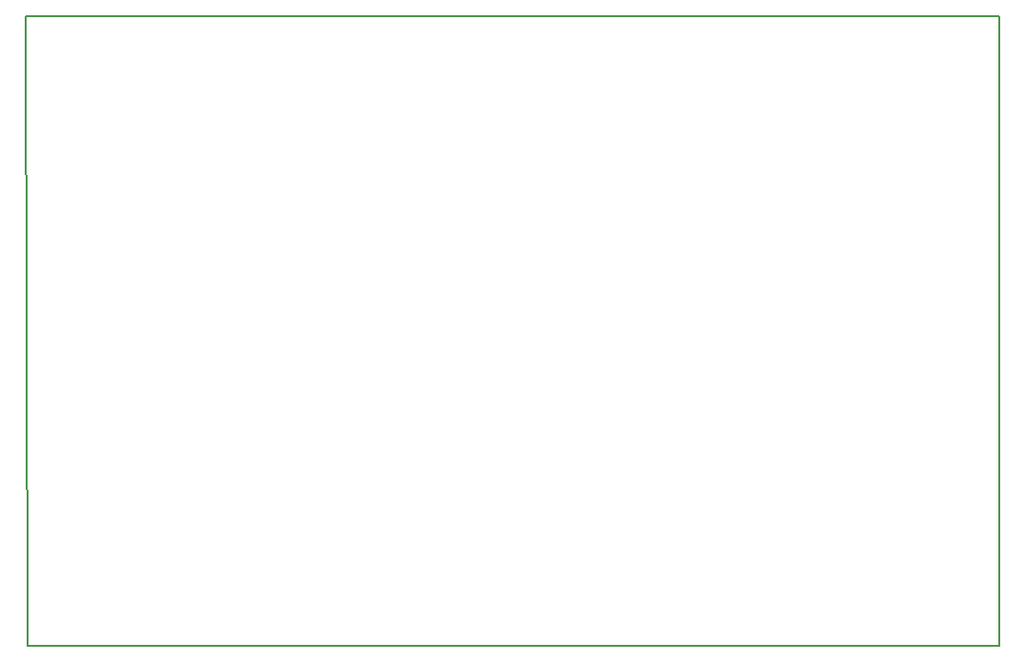
<source format=gbr>
G04 #@! TF.GenerationSoftware,KiCad,Pcbnew,no-vcs-found*
G04 #@! TF.CreationDate,2016-12-05T19:06:41+01:00*
G04 #@! TF.ProjectId,relayboard,72656C6179626F6172642E6B69636164,rev?*
G04 #@! TF.FileFunction,Profile,NP*
%FSLAX46Y46*%
G04 Gerber Fmt 4.6, Leading zero omitted, Abs format (unit mm)*
G04 Created by KiCad (PCBNEW no-vcs-found) date Mon Dec  5 19:06:41 2016*
%MOMM*%
%LPD*%
G01*
G04 APERTURE LIST*
%ADD10C,0.100000*%
%ADD11C,0.150000*%
G04 APERTURE END LIST*
D10*
D11*
X183901080Y-114244120D02*
X183900014Y-58250000D01*
X97500000Y-114250000D02*
X97250000Y-58250000D01*
X97500000Y-114250000D02*
X183900014Y-114250000D01*
X97250000Y-58250000D02*
X183900014Y-58250000D01*
M02*

</source>
